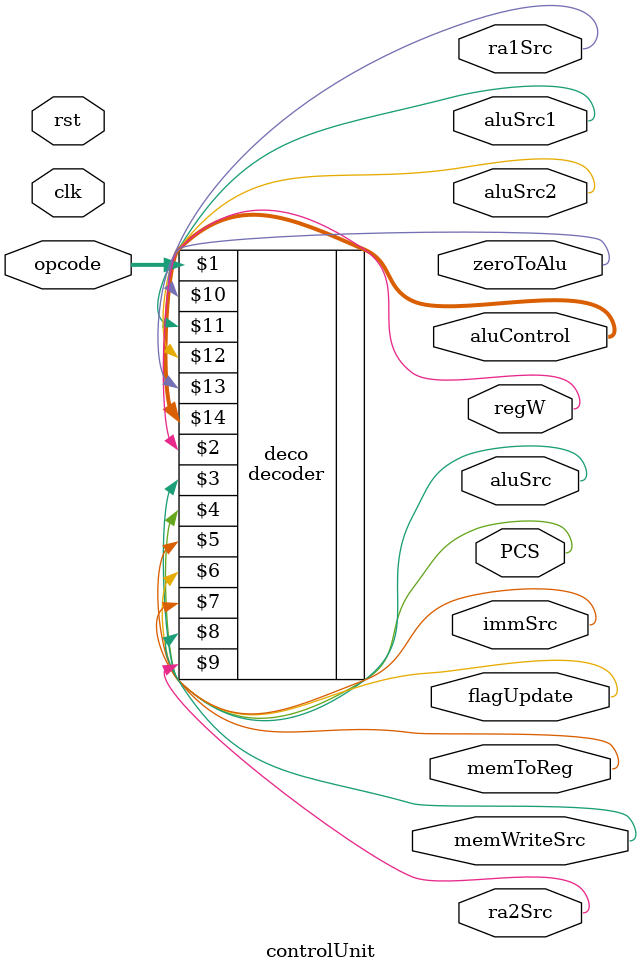
<source format=sv>
module controlUnit(input logic clk, rst, input logic[3:0] opcode, 
					output logic aluSrc, immSrc,memToReg,ra2Src,ra1Src, PCS, regW, memWriteSrc, flagUpdate,aluSrc1, aluSrc2, zeroToAlu,
					output logic [1:0]  aluControl);
						
			
	decoder deco(opcode, regW, aluSrc, PCS, immSrc,flagUpdate,memToReg,memWriteSrc,ra2Src,
					ra1Src,aluSrc1, aluSrc2, zeroToAlu, aluControl);


endmodule 
</source>
